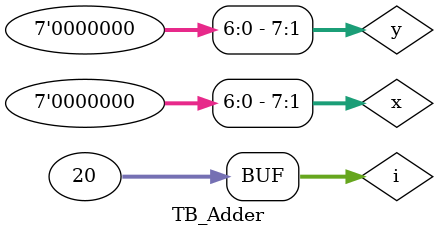
<source format=v>
`timescale 1ns/1ns

module TB_Adder;
  reg [7:0] x;
  reg [7:0] y;
  reg cin;
  wire [7:0] s;  //must not initialized
  integer i;
  
  initial 
    for(i = 0; i < 20; i = i+1) begin
      x = $random;
      y = $random;
      cin = $random;
      #100; 
    end
  
  always @(s) begin
    #5;
    $display("%0d + %0d + %0d = %0d,   %0d \n", x, y, cin, uut.z, uut.cout);
  end
  
  Adder #(.n(8)) uut
  (.x(x),
  .y(y),
  .z(s),
  .cin(cin),
  .cout()
  );
  
endmodule
  
  
  
  
  
 
</source>
